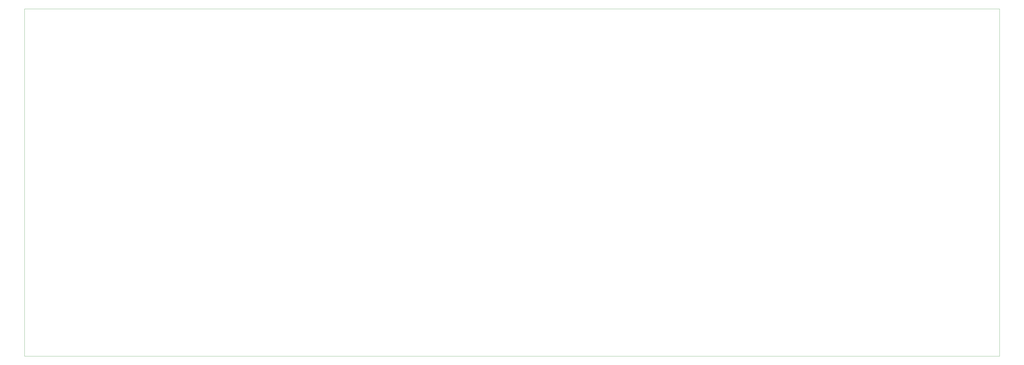
<source format=gbr>
%TF.GenerationSoftware,KiCad,Pcbnew,7.0.6*%
%TF.CreationDate,2023-08-24T23:01:40+03:00*%
%TF.ProjectId,P0101kbd,50303130-316b-4626-942e-6b696361645f,rev?*%
%TF.SameCoordinates,Original*%
%TF.FileFunction,Profile,NP*%
%FSLAX46Y46*%
G04 Gerber Fmt 4.6, Leading zero omitted, Abs format (unit mm)*
G04 Created by KiCad (PCBNEW 7.0.6) date 2023-08-24 23:01:40*
%MOMM*%
%LPD*%
G01*
G04 APERTURE LIST*
%TA.AperFunction,Profile*%
%ADD10C,0.100000*%
%TD*%
G04 APERTURE END LIST*
D10*
X396000000Y-143000000D02*
X15000000Y-143000000D01*
X15000000Y-7000000D01*
X396000000Y-7000000D01*
X396000000Y-143000000D01*
M02*

</source>
